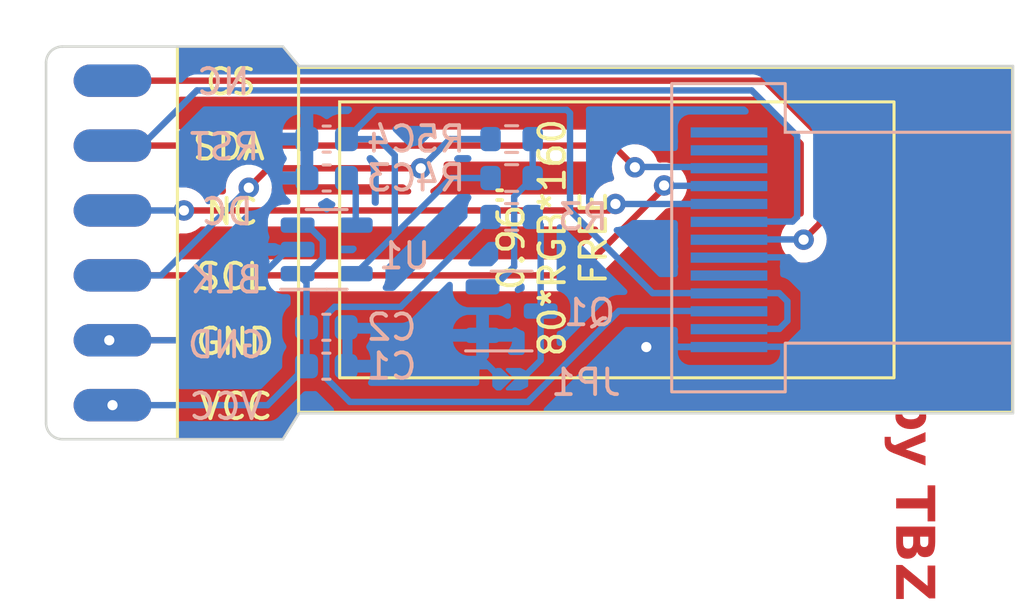
<source format=kicad_pcb>
(kicad_pcb (version 20221018) (generator pcbnew)
  (layers (0 "F.Cu" signal) (31 "B.Cu" signal) (34 "B.Paste" user) (35 "F.Paste" user) (36 "B.SilkS" user "B.Silkscreen") (37 "F.SilkS" user "F.Silkscreen") (38 "B.Mask" user) (39 "F.Mask" user) (44 "Edge.Cuts" user))
  (net 0 "")
  (net 1 "/3v3_ldo/VIN")
  (net 2 "/3v3_ldo/GND")
  (net 3 "Net-(U1-BP)")
  (net 4 "/3v3_ldo/VOUT")
  (net 5 "/PMOD_SPI/INT")
  (net 6 "/PMOD_SPI/RST")
  (net 7 "/PMOD_SPI/IO7")
  (net 8 "/PMOD_SPI/IO8")
  (net 9 "/PMOD_SPI/SCK")
  (net 10 "/PMOD_SPI/MISO")
  (net 11 "/PMOD_SPI/MOSI")
  (net 12 "/PMOD_SPI/CS")
  (net 13 "Net-(JP1-B)")
  (net 14 "Net-(Q1-B)")
  (net 15 "Net-(U4-LEDK)")
  (footprint "my_footprint:ips-16080-0.96" (layer "F.Cu") (at 170.115 84.142)
    (fp_text reference "U4" hide)
    (fp_text value "ips_0.96_16080")
    (fp_text_box "0.96{dblquote}\n80*RGB*160\nFREE" (start -4.78277 5.318421) (end 2.83723 -5.476579) (angle 90) (layer "F.SilkS") (effects (font (size 1 1)) (justify top)))
    (fp_poly (pts (xy 16.17223 -4.206579) (xy 7.28223 -4.206579) (xy 7.28223 -6.111579) (xy 2.83723 -6.111579) (xy 2.83723 5.953421) (xy 7.28223 5.953421) (xy 7.28223 4.048421) (xy 16.17223 4.048421)) (stroke (width 0.12)) (fill none) (layer "B.SilkS"))
    (fp_rect (start -11.76777 -6.746579) (end 16.18223 6.753421) (stroke (width 0.12)) (fill none) (layer "F.SilkS"))
    (fp_rect (start -10.16 -5.396579) (end 11.54 5.403421) (stroke (width 0.12)) (fill none) (layer "F.SilkS"))
    (pad "1" smd rect (at 5.08 -4.2) (size 3 0.4) (layers "B.Cu" "B.Paste" "B.Mask"))
    (pad "2" smd rect (at 5.08 -3.5) (size 3 0.4) (layers "B.Cu" "B.Paste" "B.Mask"))
    (pad "3" smd rect (at 5.08 -2.8) (size 3 0.4) (layers "B.Cu" "B.Paste" "B.Mask") (net 11 "/PMOD_SPI/MOSI"))
    (pad "4" smd rect (at 5.08 -2.1) (size 3 0.4) (layers "B.Cu" "B.Paste" "B.Mask") (net 9 "/PMOD_SPI/SCK"))
    (pad "5" smd rect (at 5.08 -1.4) (size 3 0.4) (layers "B.Cu" "B.Paste" "B.Mask") (net 7 "/PMOD_SPI/IO7"))
    (pad "6" smd rect (at 5.08 -0.7) (size 3 0.4) (layers "B.Cu" "B.Paste" "B.Mask") (net 6 "/PMOD_SPI/RST"))
    (pad "7" smd rect (at 5.08 0) (size 3 0.4) (layers "B.Cu" "B.Paste" "B.Mask") (net 12 "/PMOD_SPI/CS"))
    (pad "8" smd rect (at 5.08 0.7) (size 3 0.4) (layers "B.Cu" "B.Paste" "B.Mask") (net 2 "/3v3_ldo/GND"))
    (pad "9" smd rect (at 5.08 1.4) (size 3 0.4) (layers "B.Cu" "B.Paste" "B.Mask"))
    (pad "10" smd rect (at 5.08 2.1) (size 3 0.4) (layers "B.Cu" "B.Paste" "B.Mask") (net 4 "/3v3_ldo/VOUT"))
    (pad "11" smd rect (at 5.08 2.8) (size 3 0.4) (layers "B.Cu" "B.Paste" "B.Mask") (net 15 "Net-(U4-LEDK)"))
    (pad "12" smd rect (at 5.08 3.5) (size 3 0.4) (layers "B.Cu" "B.Paste" "B.Mask") (net 4 "/3v3_ldo/VOUT"))
    (pad "13" smd rect (at 5.08 4.2) (size 3 0.4) (layers "B.Cu" "B.Paste" "B.Mask") (net 2 "/3v3_ldo/GND"))
  )
  (footprint "my_footprint:双面贴片排针" (layer "F.Cu") (at 151.065 84.266)
    (fp_text reference "J1" hide)
    (fp_text value "Conn_02x06_Odd_Even")
    (fp_line (start 2.54 -7.62) (end 2.54 7.62) (stroke (width 0.12)) (layer "F.SilkS"))
    (pad "1" smd roundrect (at 0 -6.35) (size 3.048 1.27) (layers "F.Cu" "F.Paste" "F.Mask") (roundrect_rratio 0.5) (net 12 "/PMOD_SPI/CS"))
    (pad "2" smd roundrect (at 0 -6.35) (size 3.048 1.27) (layers "B.Cu" "B.Paste" "B.Mask") (roundrect_rratio 0.5) (net 5 "/PMOD_SPI/INT"))
    (pad "3" smd roundrect (at 0 -3.81) (size 3.048 1.27) (layers "F.Cu" "F.Paste" "F.Mask") (roundrect_rratio 0.5) (net 11 "/PMOD_SPI/MOSI"))
    (pad "4" smd roundrect (at 0 -3.81) (size 3.048 1.27) (layers "B.Cu" "B.Paste" "B.Mask") (roundrect_rratio 0.5) (net 6 "/PMOD_SPI/RST"))
    (pad "5" smd roundrect (at 0 -1.27) (size 3.048 1.27) (layers "F.Cu" "F.Paste" "F.Mask") (roundrect_rratio 0.5) (net 10 "/PMOD_SPI/MISO"))
    (pad "6" smd roundrect (at 0 -1.27) (size 3.048 1.27) (layers "B.Cu" "B.Paste" "B.Mask") (roundrect_rratio 0.5) (net 7 "/PMOD_SPI/IO7"))
    (pad "7" smd roundrect (at 0 1.27) (size 3.048 1.27) (layers "F.Cu" "F.Paste" "F.Mask") (roundrect_rratio 0.5) (net 9 "/PMOD_SPI/SCK"))
    (pad "8" smd roundrect (at 0 1.27) (size 3.048 1.27) (layers "B.Cu" "B.Paste" "B.Mask") (roundrect_rratio 0.5) (net 8 "/PMOD_SPI/IO8"))
    (pad "9" smd roundrect (at 0 3.81) (size 3.048 1.27) (layers "F.Cu" "F.Paste" "F.Mask") (roundrect_rratio 0.5) (net 2 "/3v3_ldo/GND"))
    (pad "10" smd roundrect (at 0 3.81) (size 3.048 1.27) (layers "B.Cu" "B.Paste" "B.Mask") (roundrect_rratio 0.5) (net 2 "/3v3_ldo/GND"))
    (pad "11" smd roundrect (at 0 6.35) (size 3.048 1.27) (layers "F.Cu" "F.Paste" "F.Mask") (roundrect_rratio 0.5) (net 1 "/3v3_ldo/VIN"))
    (pad "12" smd roundrect (at 0 6.35) (size 3.048 1.27) (layers "B.Cu" "B.Paste" "B.Mask") (roundrect_rratio 0.5) (net 1 "/3v3_ldo/VIN"))
  )
  (footprint "Resistor_SMD:R_0603_1608Metric" (layer "B.Cu") (at 166.686 80.202)
    (fp_text reference "R5" (at -2.794 0) (layer "B.SilkS") (effects (justify mirror)))
    (fp_text value "1K")
    (fp_line (start -0.237258 -0.5225) (end 0.237258 -0.5225) (stroke (width 0.12)) (layer "B.SilkS"))
    (fp_line (start -0.237258 0.5225) (end 0.237258 0.5225) (stroke (width 0.12)) (layer "B.SilkS"))
    (pad "1" smd roundrect (at -0.825 0) (size 0.8 0.95) (layers "B.Cu" "B.Paste" "B.Mask") (net 8 "/PMOD_SPI/IO8"))
    (pad "2" smd roundrect (at 0.825 0) (size 0.8 0.95) (layers "B.Cu" "B.Paste" "B.Mask") (net 14 "Net-(Q1-B)"))
  )
  (footprint "Resistor_SMD:R_0603_1608Metric" (layer "B.Cu") (at 166.686 83.25 180)
    (fp_text reference "R3" (at -2.794 0) (layer "B.SilkS") (effects (justify mirror)))
    (fp_text value "10R")
    (fp_line (start -0.237258 -0.5225) (end 0.237258 -0.5225) (stroke (width 0.12)) (layer "B.SilkS"))
    (fp_line (start -0.237258 0.5225) (end 0.237258 0.5225) (stroke (width 0.12)) (layer "B.SilkS"))
    (pad "1" smd roundrect (at -0.825 0 180) (size 0.8 0.95) (layers "B.Cu" "B.Paste" "B.Mask") (net 13 "Net-(JP1-B)"))
    (pad "2" smd roundrect (at 0.825 0 180) (size 0.8 0.95) (layers "B.Cu" "B.Paste" "B.Mask") (net 15 "Net-(U4-LEDK)"))
  )
  (footprint "Capacitor_SMD:C_0603_1608Metric" (layer "B.Cu") (at 159.447 80.202)
    (fp_text reference "C4" (at 2.54 0) (layer "B.SilkS") (effects (justify mirror)))
    (fp_text value "4.7uF")
    (fp_line (start -0.14058 -0.51) (end 0.14058 -0.51) (stroke (width 0.12)) (layer "B.SilkS"))
    (fp_line (start -0.14058 0.51) (end 0.14058 0.51) (stroke (width 0.12)) (layer "B.SilkS"))
    (pad "1" smd roundrect (at -0.775 0) (size 0.9 0.95) (layers "B.Cu" "B.Paste" "B.Mask") (net 2 "/3v3_ldo/GND"))
    (pad "2" smd roundrect (at 0.775 0) (size 0.9 0.95) (layers "B.Cu" "B.Paste" "B.Mask") (net 4 "/3v3_ldo/VOUT"))
  )
  (footprint "my_footprint:Jumper-2-0402-Type_A" (layer "B.Cu") (at 166.676 89.6)
    (fp_text reference "JP1" (at 2.921 0.127 unlocked) (layer "B.SilkS") (effects (justify mirror)))
    (fp_text value "SolderJumper_2_Open")
    (pad "1" smd custom (at -0.371 0) (size 0.102 0.102) (layers "B.Cu" "B.Paste" "B.Mask") (net 2 "/3v3_ldo/GND") (options (clearance outline) (anchor circle)) (primitives (gr_poly (pts (xy 0.318 0) (xy 0.191 0.127) (xy -0.063 0.381) (xy -0.19 0.381) (xy -0.317 0.254) (xy -0.317 0) (xy -0.317 -0.254) (xy -0.19 -0.381) (xy -0.063 -0.381) (xy 0.191 -0.127)) (width 0.12) (fill yes))))
    (pad "2" smd custom (at 0.4064 0) (size 0.102 0.102) (layers "B.Cu" "B.Paste" "B.Mask") (net 13 "Net-(JP1-B)") (options (clearance outline) (anchor circle)) (primitives (gr_poly (pts (xy -0.569 0.381) (xy -0.061 0.381) (xy 0.193 0.254) (xy 0.193 -0.254) (xy -0.061 -0.381) (xy -0.569 -0.381) (xy -0.188 0)) (width 0.12) (fill yes))))
  )
  (footprint "Package_TO_SOT_SMD:SOT-23-3" (layer "B.Cu") (at 166.686 86.933)
    (fp_text reference "Q1" (at 3.048 0.061) (layer "B.SilkS") (effects (justify mirror)))
    (fp_text value "S8050")
    (fp_line (start 0 -1.56) (end -0.8 -1.56) (stroke (width 0.12)) (layer "B.SilkS"))
    (fp_line (start 0 -1.56) (end 0.8 -1.56) (stroke (width 0.12)) (layer "B.SilkS"))
    (fp_line (start 0 1.56) (end -1.8 1.56) (stroke (width 0.12)) (layer "B.SilkS"))
    (fp_line (start 0 1.56) (end 0.8 1.56) (stroke (width 0.12)) (layer "B.SilkS"))
    (pad "1" smd roundrect (at -1.1375 0.95) (size 1.325 0.6) (layers "B.Cu" "B.Paste" "B.Mask") (net 2 "/3v3_ldo/GND"))
    (pad "2" smd roundrect (at -1.1375 -0.95) (size 1.325 0.6) (layers "B.Cu" "B.Paste" "B.Mask") (net 14 "Net-(Q1-B)"))
    (pad "3" smd roundrect (at 1.1375 0) (size 1.325 0.6) (layers "B.Cu" "B.Paste" "B.Mask") (net 13 "Net-(JP1-B)"))
  )
  (footprint "Package_TO_SOT_SMD:SOT-23-5" (layer "B.Cu") (at 159.447 84.52)
    (fp_text reference "U1" (at 3.048 0.254) (layer "B.SilkS") (effects (justify mirror)))
    (fp_text value "RT9193-33GB")
    (fp_line (start 0 -1.56) (end -0.8 -1.56) (stroke (width 0.12)) (layer "B.SilkS"))
    (fp_line (start 0 -1.56) (end 0.8 -1.56) (stroke (width 0.12)) (layer "B.SilkS"))
    (fp_line (start 0 1.56) (end -1.8 1.56) (stroke (width 0.12)) (layer "B.SilkS"))
    (fp_line (start 0 1.56) (end 0.8 1.56) (stroke (width 0.12)) (layer "B.SilkS"))
    (pad "1" smd roundrect (at -1.1375 0.95) (size 1.325 0.6) (layers "B.Cu" "B.Paste" "B.Mask") (net 1 "/3v3_ldo/VIN"))
    (pad "2" smd roundrect (at -1.1375 0) (size 1.325 0.6) (layers "B.Cu" "B.Paste" "B.Mask") (net 2 "/3v3_ldo/GND"))
    (pad "3" smd roundrect (at -1.1375 -0.95) (size 1.325 0.6) (layers "B.Cu" "B.Paste" "B.Mask") (net 1 "/3v3_ldo/VIN"))
    (pad "4" smd roundrect (at 1.1375 -0.95) (size 1.325 0.6) (layers "B.Cu" "B.Paste" "B.Mask") (net 3 "Net-(U1-BP)"))
    (pad "5" smd roundrect (at 1.1375 0.95) (size 1.325 0.6) (layers "B.Cu" "B.Paste" "B.Mask") (net 4 "/3v3_ldo/VOUT"))
  )
  (footprint "Capacitor_SMD:C_0603_1608Metric" (layer "B.Cu") (at 159.447 81.726 180)
    (fp_text reference "C3" (at -2.54 0) (layer "B.SilkS") (effects (justify mirror)))
    (fp_text value "22nF")
    (fp_line (start -0.14058 -0.51) (end 0.14058 -0.51) (stroke (width 0.12)) (layer "B.SilkS"))
    (fp_line (start -0.14058 0.51) (end 0.14058 0.51) (stroke (width 0.12)) (layer "B.SilkS"))
    (pad "1" smd roundrect (at -0.775 0 180) (size 0.9 0.95) (layers "B.Cu" "B.Paste" "B.Mask") (net 3 "Net-(U1-BP)"))
    (pad "2" smd roundrect (at 0.775 0 180) (size 0.9 0.95) (layers "B.Cu" "B.Paste" "B.Mask") (net 2 "/3v3_ldo/GND"))
  )
  (footprint "Capacitor_SMD:C_0603_1608Metric" (layer "B.Cu") (at 159.434 89.092)
    (fp_text reference "C1" (at 2.553 0) (layer "B.SilkS") (effects (justify mirror)))
    (fp_text value "4.7uF")
    (fp_line (start -0.14058 -0.51) (end 0.14058 -0.51) (stroke (width 0.12)) (layer "B.SilkS"))
    (fp_line (start -0.14058 0.51) (end 0.14058 0.51) (stroke (width 0.12)) (layer "B.SilkS"))
    (pad "1" smd roundrect (at -0.775 0) (size 0.9 0.95) (layers "B.Cu" "B.Paste" "B.Mask") (net 1 "/3v3_ldo/VIN"))
    (pad "2" smd roundrect (at 0.775 0) (size 0.9 0.95) (layers "B.Cu" "B.Paste" "B.Mask") (net 2 "/3v3_ldo/GND"))
  )
  (footprint "Resistor_SMD:R_0603_1608Metric" (layer "B.Cu") (at 166.686 81.726)
    (fp_text reference "R4" (at -2.794 0) (layer "B.SilkS") (effects (justify mirror)))
    (fp_text value "10K")
    (fp_line (start -0.237258 -0.5225) (end 0.237258 -0.5225) (stroke (width 0.12)) (layer "B.SilkS"))
    (fp_line (start -0.237258 0.5225) (end 0.237258 0.5225) (stroke (width 0.12)) (layer "B.SilkS"))
    (pad "1" smd roundrect (at -0.825 0) (size 0.8 0.95) (layers "B.Cu" "B.Paste" "B.Mask") (net 4 "/3v3_ldo/VOUT"))
    (pad "2" smd roundrect (at 0.825 0) (size 0.8 0.95) (layers "B.Cu" "B.Paste" "B.Mask") (net 14 "Net-(Q1-B)"))
  )
  (footprint "Capacitor_SMD:C_0603_1608Metric" (layer "B.Cu") (at 159.434 87.568)
    (fp_text reference "C2" (at 2.553 0) (layer "B.SilkS") (effects (justify mirror)))
    (fp_text value "104")
    (fp_line (start -0.14058 -0.51) (end 0.14058 -0.51) (stroke (width 0.12)) (layer "B.SilkS"))
    (fp_line (start -0.14058 0.51) (end 0.14058 0.51) (stroke (width 0.12)) (layer "B.SilkS"))
    (pad "1" smd roundrect (at -0.775 0) (size 0.9 0.95) (layers "B.Cu" "B.Paste" "B.Mask") (net 1 "/3v3_ldo/VIN"))
    (pad "2" smd roundrect (at 0.775 0) (size 0.9 0.95) (layers "B.Cu" "B.Paste" "B.Mask") (net 2 "/3v3_ldo/GND"))
  )
  (gr_line (start 157.734 91.948) (end 149.098 91.948) (stroke (width 0.1)) (layer "Edge.Cuts"))
  (gr_line (start 158.369 77.343) (end 186.309 77.343) (stroke (width 0.1)) (layer "Edge.Cuts"))
  (gr_arc (start 149.098 91.948) (mid 148.648987 91.762013) (end 148.463 91.313) (stroke (width 0.1)) (layer "Edge.Cuts"))
  (gr_line (start 148.463 91.313) (end 148.463 77.216) (stroke (width 0.1)) (layer "Edge.Cuts"))
  (gr_line (start 186.309 90.932) (end 158.369 90.932) (stroke (width 0.1)) (layer "Edge.Cuts"))
  (gr_line (start 157.734 76.581) (end 158.369 77.343) (stroke (width 0.1)) (layer "Edge.Cuts"))
  (gr_line (start 149.098 76.581) (end 157.734 76.581) (stroke (width 0.1)) (layer "Edge.Cuts"))
  (gr_line (start 158.369 90.932) (end 157.734 91.948) (stroke (width 0.1)) (layer "Edge.Cuts"))
  (gr_arc (start 148.463 77.216) (mid 148.648987 76.766987) (end 149.098 76.581) (stroke (width 0.1)) (layer "Edge.Cuts"))
  (gr_line (start 186.309 77.343) (end 186.309 90.932) (stroke (width 0.1)) (layer "Edge.Cuts"))
  (gr_text "Designed by TBZ" (at 181.483 78.359 -90) (layer "F.Cu") (effects (font (size 1.5 1.5) (thickness 0.3) bold) (justify left bottom)))
  (gr_text "BLK" (at 157.034 86.298) (layer "B.SilkS") (effects (font (size 1 1)) (justify left bottom mirror)))
  (gr_text "DC" (at 156.653 83.631) (layer "B.SilkS") (effects (font (size 1 1)) (justify left bottom mirror)))
  (gr_text "GND" (at 157.161 88.838) (layer "B.SilkS") (effects (font (size 1 1)) (justify left bottom mirror)))
  (gr_text "NC\n" (at 156.526 78.551) (layer "B.SilkS") (effects (font (size 1 1)) (justify left bottom mirror)))
  (gr_text "RST" (at 156.907 81.091) (layer "B.SilkS") (effects (font (size 1 1)) (justify left bottom mirror)))
  (gr_text "VCC" (at 157.034 91.251) (layer "B.SilkS") (effects (font (size 1 1)) (justify left bottom mirror)))
  (gr_text "GND" (at 154.24 88.711) (layer "F.SilkS") (effects (font (size 1 1)) (justify left bottom)))
  (gr_text "SCL" (at 154.24 86.171) (layer "F.SilkS") (effects (font (size 1 1)) (justify left bottom)))
  (gr_text "NC" (at 154.621 83.631) (layer "F.SilkS") (effects (font (size 1 1)) (justify left bottom)))
  (gr_text "SDA" (at 154.113 81.091) (layer "F.SilkS") (effects (font (size 1 1)) (justify left bottom)))
  (gr_text "CS" (at 154.621 78.551) (layer "F.SilkS") (effects (font (size 1 1)) (justify left bottom)))
  (gr_text "VCC" (at 154.367 91.251) (layer "F.SilkS") (effects (font (size 1 1)) (justify left bottom)))
  (via (at 151.065 90.616) (size 0.8) (drill 0.4) (layers "F.Cu" "B.Cu") (net 1))
  (segment (start 159.297 84.173249) (end 159.297 84.866751) (width 0.25) (layer "B.Cu") (net 1))
  (segment (start 158.659 87.568) (end 158.659 85.8195) (width 0.25) (layer "B.Cu") (net 1))
  (segment (start 158.693751 85.47) (end 158.3095 85.47) (width 0.25) (layer "B.Cu") (net 1))
  (segment (start 158.693751 83.57) (end 159.297 84.173249) (width 0.25) (layer "B.Cu") (net 1))
  (segment (start 151.065 90.616) (end 157.135 90.616) (width 0.25) (layer "B.Cu") (net 1))
  (segment (start 159.297 84.866751) (end 158.693751 85.47) (width 0.25) (layer "B.Cu") (net 1))
  (segment (start 158.659 89.092) (end 158.659 87.568) (width 0.25) (layer "B.Cu") (net 1))
  (segment (start 157.135 90.616) (end 158.659 89.092) (width 0.25) (layer "B.Cu") (net 1))
  (segment (start 158.659 85.8195) (end 158.3095 85.47) (width 0.25) (layer "B.Cu") (net 1))
  (segment (start 158.3095 83.57) (end 158.693751 83.57) (width 0.25) (layer "B.Cu") (net 1))
  (segment (start 171.692 88.076) (end 171.958 88.342) (width 0.25) (layer "F.Cu") (net 2))
  (segment (start 151.065 88.076) (end 171.692 88.076) (width 0.25) (layer "F.Cu") (net 2))
  (via (at 171.958 88.342) (size 0.8) (drill 0.4) (layers "F.Cu" "B.Cu") (net 2))
  (via (at 150.938 88.076) (size 0.8) (drill 0.4) (layers "F.Cu" "B.Cu") (net 2))
  (segment (start 160.209 89.092) (end 165.797 89.092) (width 0.25) (layer "B.Cu") (net 2))
  (segment (start 177.481 88.33) (end 175.322 88.33) (width 0.25) (layer "B.Cu") (net 2))
  (segment (start 175.322 88.33) (end 172.782 88.33) (width 0.25) (layer "B.Cu") (net 2))
  (segment (start 165.797 89.092) (end 166.305 89.6) (width 0.25) (layer "B.Cu") (net 2))
  (segment (start 165.5485 87.873749) (end 165.5485 87.883) (width 0.25) (layer "B.Cu") (net 2))
  (segment (start 178.116 87.695) (end 177.481 88.33) (width 0.25) (layer "B.Cu") (net 2))
  (segment (start 175.322 84.83) (end 177.537 84.83) (width 0.25) (layer "B.Cu") (net 2))
  (segment (start 157.925249 84.52) (end 156.272 86.173249) (width 0.25) (layer "B.Cu") (net 2))
  (segment (start 160.209 89.092) (end 160.209 87.568) (width 0.25) (layer "B.Cu") (net 2))
  (segment (start 156.272 86.173249) (end 156.272 87.695) (width 0.25) (layer "B.Cu") (net 2))
  (segment (start 156.272 87.695) (end 155.891 88.076) (width 0.25) (layer "B.Cu") (net 2))
  (segment (start 177.537 84.83) (end 178.116 85.409) (width 0.25) (layer "B.Cu") (net 2))
  (segment (start 155.891 88.076) (end 150.938 88.076) (width 0.25) (layer "B.Cu") (net 2))
  (segment (start 150.938 88.076) (end 151.065 88.076) (width 0.25) (layer "B.Cu") (net 2))
  (segment (start 166.305 89.6) (end 165.5485 88.8435) (width 0.25) (layer "B.Cu") (net 2))
  (segment (start 178.116 85.409) (end 178.116 87.695) (width 0.25) (layer "B.Cu") (net 2))
  (segment (start 165.5485 88.8435) (end 165.5485 87.883) (width 0.25) (layer "B.Cu") (net 2))
  (segment (start 158.3095 84.52) (end 157.925249 84.52) (width 0.25) (layer "B.Cu") (net 2))
  (segment (start 158.812 84.52) (end 158.3095 84.52) (width 0.25) (layer "B.Cu") (net 2))
  (segment (start 175.195 88.342) (end 171.958 88.342) (width 0.25) (layer "B.Cu") (net 2))
  (segment (start 160.5845 82.0885) (end 160.222 81.726) (width 0.25) (layer "B.Cu") (net 3))
  (segment (start 160.5845 83.57) (end 160.5845 82.0885) (width 0.25) (layer "B.Cu") (net 3))
  (segment (start 160.222 80.202) (end 161.479 80.202) (width 0.25) (layer "B.Cu") (net 4))
  (segment (start 161.479 80.202) (end 162.114 80.837) (width 0.25) (layer "B.Cu") (net 4))
  (segment (start 175.322 87.63) (end 177.165 87.63) (width 0.25) (layer "B.Cu") (net 4))
  (segment (start 177.165 87.63) (end 177.481 87.314) (width 0.25) (layer "B.Cu") (net 4))
  (segment (start 160.5845 85.47) (end 162.114 83.9405) (width 0.25) (layer "B.Cu") (net 4))
  (segment (start 168.972 82.996) (end 168.972 79.186) (width 0.25) (layer "B.Cu") (net 4))
  (segment (start 162.114 83.9405) (end 162.114 80.837) (width 0.25) (layer "B.Cu") (net 4))
  (segment (start 164.3285 81.726) (end 165.861 81.726) (width 0.25) (layer "B.Cu") (net 4))
  (segment (start 177.159 86.23) (end 175.322 86.23) (width 0.25) (layer "B.Cu") (net 4))
  (segment (start 168.972 79.186) (end 168.845 79.059) (width 0.25) (layer "B.Cu") (net 4))
  (segment (start 168.845 79.059) (end 161.365 79.059) (width 0.25) (layer "B.Cu") (net 4))
  (segment (start 160.5845 85.47) (end 164.3285 81.726) (width 0.25) (layer "B.Cu") (net 4))
  (segment (start 161.365 79.059) (end 160.222 80.202) (width 0.25) (layer "B.Cu") (net 4))
  (segment (start 175.322 86.23) (end 172.206 86.23) (width 0.25) (layer "B.Cu") (net 4))
  (segment (start 177.481 87.314) (end 177.481 86.552) (width 0.25) (layer "B.Cu") (net 4))
  (segment (start 177.481 86.552) (end 177.159 86.23) (width 0.25) (layer "B.Cu") (net 4))
  (segment (start 172.206 86.23) (end 168.972 82.996) (width 0.25) (layer "B.Cu") (net 4))
  (segment (start 151.065 80.456) (end 152.208 80.456) (width 0.25) (layer "B.Cu") (net 6))
  (segment (start 154.367 78.297) (end 176.084 78.297) (width 0.25) (layer "B.Cu") (net 6))
  (segment (start 177.862 80.075) (end 177.862 83.25) (width 0.25) (layer "B.Cu") (net 6))
  (segment (start 177.862 83.25) (end 177.682 83.43) (width 0.25) (layer "B.Cu") (net 6))
  (segment (start 152.208 80.456) (end 154.367 78.297) (width 0.25) (layer "B.Cu") (net 6))
  (segment (start 177.682 83.43) (end 175.322 83.43) (width 0.25) (layer "B.Cu") (net 6))
  (segment (start 176.084 78.297) (end 177.862 80.075) (width 0.25) (layer "B.Cu") (net 6))
  (segment (start 170.496001 82.995999) (end 170.75 82.742) (width 0.25) (layer "F.Cu") (net 7))
  (segment (start 153.858999 82.995999) (end 170.496001 82.995999) (width 0.25) (layer "F.Cu") (net 7))
  (via (at 170.75 82.742) (size 0.8) (drill 0.4) (layers "F.Cu" "B.Cu") (net 7))
  (via (at 153.858999 82.995999) (size 0.8) (drill 0.4) (layers "F.Cu" "B.Cu") (net 7))
  (segment (start 153.859 82.996) (end 153.858999 82.995999) (width 0.25) (layer "B.Cu") (net 7))
  (segment (start 151.065 82.996) (end 153.858998 82.996) (width 0.25) (layer "B.Cu") (net 7))
  (segment (start 175.31 82.742) (end 170.75 82.742) (width 0.25) (layer "B.Cu") (net 7))
  (segment (start 153.858998 82.996) (end 153.858999 82.995999) (width 0.25) (layer "B.Cu") (net 7))
  (segment (start 151.065 82.996) (end 151.116 82.945) (width 0.25) (layer "B.Cu") (net 7))
  (segment (start 175.322 82.73) (end 175.31 82.742) (width 0.25) (layer "B.Cu") (net 7))
  (segment (start 156.399 82.107) (end 157.161 81.345) (width 0.25) (layer "F.Cu") (net 8))
  (segment (start 157.161 81.345) (end 163.13 81.345) (width 0.25) (layer "F.Cu") (net 8))
  (via (at 156.399 82.107) (size 0.8) (drill 0.4) (layers "F.Cu" "B.Cu") (net 8))
  (via (at 163.13 81.345) (size 0.8) (drill 0.4) (layers "F.Cu" "B.Cu") (net 8))
  (segment (start 164.273 80.202) (end 165.861 80.202) (width 0.25) (layer "B.Cu") (net 8))
  (segment (start 152.97 85.536) (end 156.399 82.107) (width 0.25) (layer "B.Cu") (net 8))
  (segment (start 151.065 85.536) (end 152.97 85.536) (width 0.25) (layer "B.Cu") (net 8))
  (segment (start 163.13 81.345) (end 164.273 80.202) (width 0.25) (layer "B.Cu") (net 8))
  (segment (start 172.655 82.107) (end 172.655 82.0175) (width 0.25) (layer "F.Cu") (net 9))
  (segment (start 151.065 85.536) (end 169.226 85.536) (width 0.25) (layer "F.Cu") (net 9))
  (segment (start 169.226 85.536) (end 172.655 82.107) (width 0.25) (layer "F.Cu") (net 9))
  (via (at 172.655 82.0175) (size 0.8) (drill 0.4) (layers "F.Cu" "B.Cu") (net 9))
  (segment (start 172.6675 82.03) (end 172.655 82.0175) (width 0.25) (layer "B.Cu") (net 9))
  (segment (start 175.322 82.03) (end 172.6675 82.03) (width 0.25) (layer "B.Cu") (net 9))
  (segment (start 170.6625 80.456) (end 171.512 81.3055) (width 0.25) (layer "F.Cu") (net 11))
  (segment (start 151.065 80.456) (end 170.6625 80.456) (width 0.25) (layer "F.Cu") (net 11))
  (via (at 171.512 81.3055) (size 0.8) (drill 0.4) (layers "F.Cu" "B.Cu") (net 11))
  (segment (start 171.5245 81.293) (end 171.512 81.3055) (width 0.25) (layer "B.Cu") (net 11))
  (segment (start 175.322 81.33) (end 175.285 81.293) (width 0.25) (layer "B.Cu") (net 11))
  (segment (start 175.285 81.293) (end 171.5245 81.293) (width 0.25) (layer "B.Cu") (net 11))
  (segment (start 178.751 83.504) (end 178.116 84.139) (width 0.25) (layer "F.Cu") (net 12))
  (segment (start 151.065 77.916) (end 176.592 77.916) (width 0.25) (layer "F.Cu") (net 12))
  (segment (start 178.751 80.075) (end 178.751 82.996) (width 0.25) (layer "F.Cu") (net 12))
  (segment (start 178.751 82.996) (end 178.751 83.504) (width 0.25) (layer "F.Cu") (net 12))
  (segment (start 176.592 77.916) (end 178.751 80.075) (width 0.25) (layer "F.Cu") (net 12))
  (via (at 178.116 84.139) (size 0.8) (drill 0.4) (layers "F.Cu" "B.Cu") (net 12))
  (segment (start 178.107 84.13) (end 175.322 84.13) (width 0.25) (layer "B.Cu") (net 12))
  (segment (start 178.116 84.139) (end 178.107 84.13) (width 0.25) (layer "B.Cu") (net 12))
  (segment (start 167.8235 86.933) (end 167.8235 88.8589) (width 0.25) (layer "B.Cu") (net 13))
  (segment (start 167.8235 86.933) (end 167.8235 83.5625) (width 0.25) (layer "B.Cu") (net 13))
  (segment (start 167.8235 83.5625) (end 167.511 83.25) (width 0.25) (layer "B.Cu") (net 13))
  (segment (start 167.8235 88.8589) (end 167.0824 89.6) (width 0.25) (layer "B.Cu") (net 13))
  (segment (start 165.5485 85.983) (end 165.995462 85.983) (width 0.25) (layer "B.Cu") (net 14))
  (segment (start 165.995462 85.983) (end 166.786 85.192462) (width 0.25) (layer "B.Cu") (net 14))
  (segment (start 166.786 85.192462) (end 166.786 82.451) (width 0.25) (layer "B.Cu") (net 14))
  (segment (start 166.786 82.451) (end 167.511 81.726) (width 0.25) (layer "B.Cu") (net 14))
  (segment (start 167.511 80.202) (end 167.511 81.726) (width 0.25) (layer "B.Cu") (net 14))
  (segment (start 165.861 83.25) (end 162.343 86.768) (width 0.25) (layer "B.Cu") (net 15))
  (segment (start 167.321 90.489) (end 170.88 86.93) (width 0.25) (layer "B.Cu") (net 15))
  (segment (start 159.434 89.569817) (end 160.353183 90.489) (width 0.25) (layer "B.Cu") (net 15))
  (segment (start 159.756183 86.768) (end 159.434 87.090183) (width 0.25) (layer "B.Cu") (net 15))
  (segment (start 160.353183 90.489) (end 167.321 90.489) (width 0.25) (layer "B.Cu") (net 15))
  (segment (start 170.88 86.93) (end 175.322 86.93) (width 0.25) (layer "B.Cu") (net 15))
  (segment (start 159.434 87.090183) (end 159.434 89.569817) (width 0.25) (layer "B.Cu") (net 15))
  (segment (start 162.343 86.768) (end 159.756183 86.768) (width 0.25) (layer "B.Cu") (net 15))
  (segment (start 165.861 83.453152) (end 165.861 83.25) (width 0.25) (layer "B.Cu") (net 15))
  (zone (net 2) (net_name "/3v3_ldo/GND") (layers "F&B.Cu") (connect_pads (clearance 0.5)) (min_thickness 0.25) (fill yes (thermal_gap 0.5) (thermal_bridge_width 0.5) (island_removal_mode 1) (island_area_min 10))
    (polygon (pts (xy 153.605 76.265) (xy 186.752 76.265) (xy 186.625 92.267) (xy 153.605 92.394)))
  )
)
</source>
